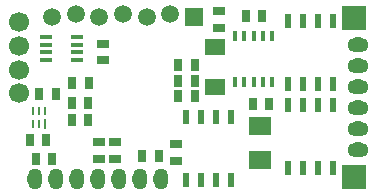
<source format=gbs>
G04 (created by PCBNEW (2013-may-18)-stable) date Mit 10 Dez 2014 19:38:00 UTC*
%MOIN*%
G04 Gerber Fmt 3.4, Leading zero omitted, Abs format*
%FSLAX34Y34*%
G01*
G70*
G90*
G04 APERTURE LIST*
%ADD10C,0.00590551*%
%ADD11R,0.0275591X0.0393701*%
%ADD12R,0.0393701X0.0275591*%
%ADD13R,0.0748X0.0629*%
%ADD14R,0.0393701X0.0177165*%
%ADD15R,0.0126X0.0339*%
%ADD16R,0.0708X0.0551*%
%ADD17R,0.02X0.045*%
%ADD18R,0.0110236X0.0295276*%
%ADD19R,0.0110236X0.0334646*%
%ADD20C,0.0669291*%
%ADD21R,0.0787402X0.0787402*%
%ADD22C,0.0590551*%
%ADD23R,0.0590551X0.0590551*%
%ADD24O,0.05X0.07*%
%ADD25O,0.07X0.05*%
G04 APERTURE END LIST*
G54D10*
G54D11*
X54448Y-37519D03*
X53897Y-37519D03*
X50334Y-38779D03*
X50885Y-38779D03*
G54D12*
X51377Y-37342D03*
X51377Y-36791D03*
G54D13*
X56600Y-40659D03*
X56600Y-39541D03*
G54D14*
X49488Y-36574D03*
X49488Y-36830D03*
X49488Y-37086D03*
X49488Y-37342D03*
X50511Y-37342D03*
X50511Y-37086D03*
X50511Y-36830D03*
X50511Y-36574D03*
G54D11*
X54448Y-38543D03*
X53897Y-38543D03*
X49685Y-40629D03*
X49133Y-40629D03*
X50885Y-39350D03*
X50334Y-39350D03*
X48937Y-40019D03*
X49488Y-40019D03*
G54D12*
X53799Y-40688D03*
X53799Y-40137D03*
G54D11*
X49251Y-38464D03*
X49803Y-38464D03*
X50354Y-38090D03*
X50905Y-38090D03*
G54D12*
X51259Y-40629D03*
X51259Y-40078D03*
X51791Y-40629D03*
X51791Y-40078D03*
G54D11*
X53248Y-40551D03*
X52696Y-40551D03*
X54448Y-38031D03*
X53897Y-38031D03*
X56692Y-35866D03*
X56141Y-35866D03*
X56377Y-38818D03*
X56929Y-38818D03*
G54D15*
X55770Y-36538D03*
X56085Y-36538D03*
X56400Y-36538D03*
X56715Y-36538D03*
X57030Y-36538D03*
X57030Y-38062D03*
X56715Y-38062D03*
X56400Y-38062D03*
X56085Y-38062D03*
X55770Y-38062D03*
G54D16*
X55118Y-36890D03*
X55118Y-38228D03*
G54D17*
X55650Y-39250D03*
X55650Y-41350D03*
X55150Y-39250D03*
X54650Y-39250D03*
X54150Y-39250D03*
X55150Y-41350D03*
X54650Y-41350D03*
X54150Y-41350D03*
X57550Y-38150D03*
X57550Y-36050D03*
X58050Y-38150D03*
X58550Y-38150D03*
X59050Y-38150D03*
X58050Y-36050D03*
X58550Y-36050D03*
X59050Y-36050D03*
X57550Y-40950D03*
X57550Y-38850D03*
X58050Y-40950D03*
X58550Y-40950D03*
X59050Y-40950D03*
X58050Y-38850D03*
X58550Y-38850D03*
X59050Y-38850D03*
G54D18*
X49251Y-39478D03*
X49055Y-39478D03*
G54D19*
X49448Y-39458D03*
G54D18*
X49055Y-39025D03*
X49251Y-39025D03*
X49448Y-39025D03*
G54D12*
X55236Y-36259D03*
X55236Y-35708D03*
G54D20*
X48582Y-38444D03*
X48582Y-37657D03*
X48582Y-36082D03*
X48582Y-36870D03*
G54D21*
X59763Y-35944D03*
X59763Y-41220D03*
G54D22*
X49685Y-35905D03*
X50472Y-35787D03*
X51259Y-35905D03*
X52047Y-35787D03*
X52834Y-35905D03*
G54D23*
X54409Y-35905D03*
G54D22*
X53622Y-35787D03*
G54D24*
X49100Y-41299D03*
X53300Y-41299D03*
X49800Y-41299D03*
X50500Y-41299D03*
X51200Y-41299D03*
X51900Y-41299D03*
X52600Y-41299D03*
G54D25*
X59881Y-40332D03*
X59881Y-36832D03*
X59881Y-37532D03*
X59881Y-38232D03*
X59881Y-38932D03*
X59881Y-39632D03*
M02*

</source>
